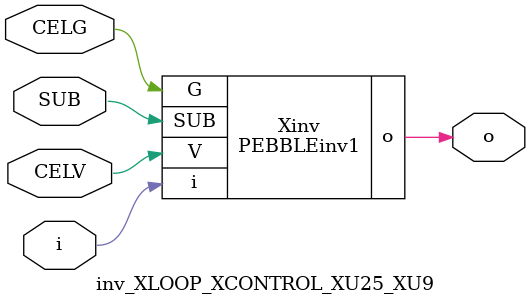
<source format=v>



module PEBBLEinv1 ( o, G, SUB, V, i );

  input V;
  input i;
  input G;
  output o;
  input SUB;
endmodule

//Celera Confidential Do Not Copy inv_XLOOP_XCONTROL_XU25_XU9
//Celera Confidential Symbol Generator
//5V Inverter
module inv_XLOOP_XCONTROL_XU25_XU9 (CELV,CELG,i,o,SUB);
input CELV;
input CELG;
input i;
input SUB;
output o;

//Celera Confidential Do Not Copy inv
PEBBLEinv1 Xinv(
.V (CELV),
.i (i),
.o (o),
.SUB (SUB),
.G (CELG)
);
//,diesize,PEBBLEinv1

//Celera Confidential Do Not Copy Module End
//Celera Schematic Generator
endmodule

</source>
